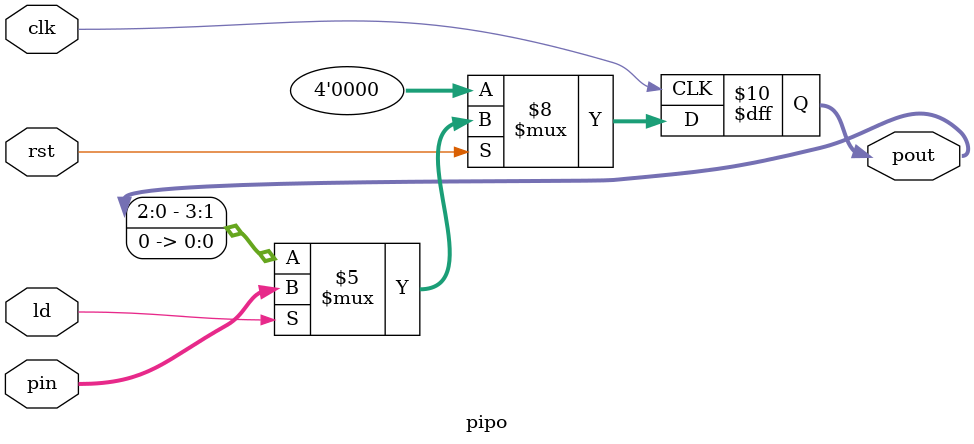
<source format=v>
module pipo(clk,rst,ld,pin,pout);input clk,rst,ld;input[3:0] pin;output reg[3:0] pout;always @(posedge clk)begin if(!rst)pout<=4'b0000;else if(ld)pout<=pin;else pout<=(pout<<1);end endmodule
</source>
